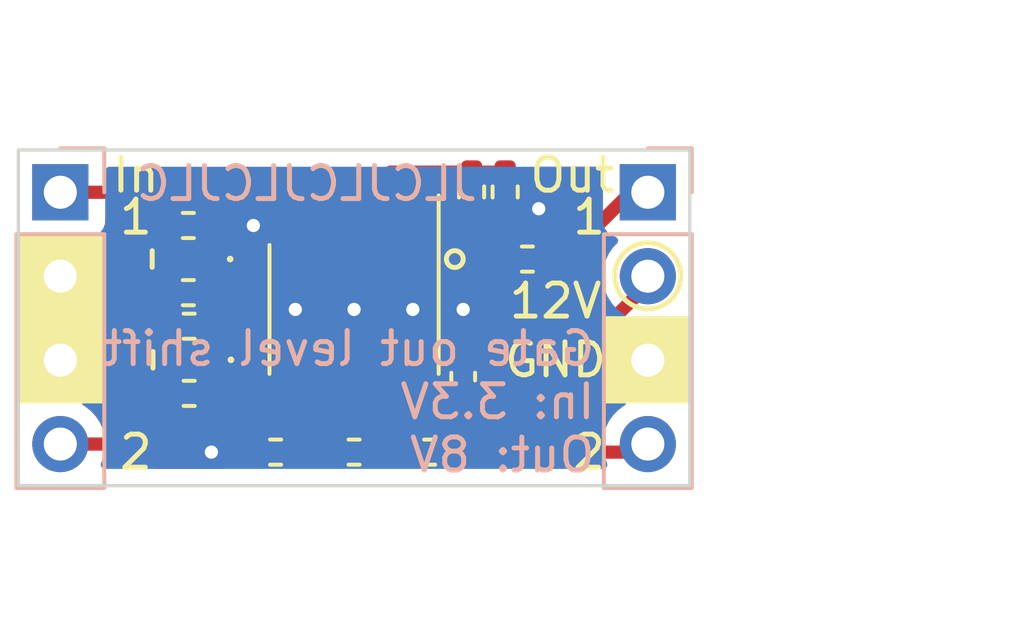
<source format=kicad_pcb>
(kicad_pcb (version 20211014) (generator pcbnew)
  (title_block (title "Gate output level shifter for Eurorack") (date "2022-03-02") (rev "A"))
  (layers (0 "F.Cu" signal) (31 "B.Cu" signal) (34 "B.Paste" user) (35 "F.Paste" user) (36 "B.SilkS" user "B.Silkscreen") (37 "F.SilkS" user "F.Silkscreen") (38 "B.Mask" user) (39 "F.Mask" user) (44 "Edge.Cuts" user))
  (net 0 "")
  (net 1 "+12V")
  (net 2 "GND")
  (net 3 "Net-(D1-Pad1)")
  (net 4 "/in1")
  (net 5 "Net-(D2-Pad1)")
  (net 6 "/in2")
  (net 7 "Net-(R3-Pad2)")
  (net 8 "Net-(R4-Pad2)")
  (net 9 "Net-(R5-Pad2)")
  (net 10 "Net-(R6-Pad2)")
  (net 11 "Net-(R7-Pad2)")
  (net 12 "Net-(R10-Pad1)")
  (net 13 "/out1")
  (net 14 "/out2")
  (footprint "Resistor_SMD:R_0402_1005Metric_Pad0.72x0.64mm_HandSolder" (layer "F.Cu") (at 106.7695 83.566)
    (fp_text reference "R6" hide)
    (fp_text value "10k")
    (fp_line (start -0.167621 -0.38) (end 0.167621 -0.38) (layer "F.SilkS") (width 0.12))
    (fp_line (start -0.167621 0.38) (end 0.167621 0.38) (layer "F.SilkS") (width 0.12))
    (pad "1" smd roundrect (at -0.5975 0) (size 0.715 0.64) (layers "F.Cu" "F.Paste" "F.Mask") (net 6 "/in2"))
    (pad "2" smd roundrect (at 0.5975 0) (size 0.715 0.64) (layers "F.Cu" "F.Paste" "F.Mask") (net 10 "Net-(R6-Pad2)"))
  )
  (footprint "Package_SO:SOIC-8_3.9x4.9mm_P1.27mm" (layer "F.Cu") (at 111.76 81.026 -90)
    (fp_text reference "U1" hide)
    (fp_text value "LM358")
    (fp_line (start 0 2.56) (end 1.95 2.56) (layer "F.SilkS") (width 0.12))
    (fp_line (start 0 2.56) (end -1.95 2.56) (layer "F.SilkS") (width 0.12))
    (fp_line (start 0 -2.56) (end 1.95 -2.56) (layer "F.SilkS") (width 0.12))
    (fp_line (start 0 -2.56) (end -3.45 -2.56) (layer "F.SilkS") (width 0.12))
    (pad "1" smd roundrect (at -2.475 -1.905 270) (size 1.95 0.6) (layers "F.Cu" "F.Paste" "F.Mask") (net 11 "Net-(R7-Pad2)"))
    (pad "2" smd roundrect (at -2.475 -0.635 270) (size 1.95 0.6) (layers "F.Cu" "F.Paste" "F.Mask") (net 7 "Net-(R3-Pad2)"))
    (pad "3" smd roundrect (at -2.475 0.635 270) (size 1.95 0.6) (layers "F.Cu" "F.Paste" "F.Mask") (net 8 "Net-(R4-Pad2)"))
    (pad "4" smd roundrect (at -2.475 1.905 270) (size 1.95 0.6) (layers "F.Cu" "F.Paste" "F.Mask") (net 2 "GND"))
    (pad "5" smd roundrect (at 2.475 1.905 270) (size 1.95 0.6) (layers "F.Cu" "F.Paste" "F.Mask") (net 10 "Net-(R6-Pad2)"))
    (pad "6" smd roundrect (at 2.475 0.635 270) (size 1.95 0.6) (layers "F.Cu" "F.Paste" "F.Mask") (net 9 "Net-(R5-Pad2)"))
    (pad "7" smd roundrect (at 2.475 -0.635 270) (size 1.95 0.6) (layers "F.Cu" "F.Paste" "F.Mask") (net 12 "Net-(R10-Pad1)"))
    (pad "8" smd roundrect (at 2.475 -1.905 270) (size 1.95 0.6) (layers "F.Cu" "F.Paste" "F.Mask") (net 1 "+12V"))
  )
  (footprint "Resistor_SMD:R_0402_1005Metric_Pad0.72x0.64mm_HandSolder" (layer "F.Cu") (at 109.3845 85.344)
    (fp_text reference "R5" hide)
    (fp_text value "39k")
    (fp_line (start -0.167621 -0.38) (end 0.167621 -0.38) (layer "F.SilkS") (width 0.12))
    (fp_line (start -0.167621 0.38) (end 0.167621 0.38) (layer "F.SilkS") (width 0.12))
    (pad "1" smd roundrect (at -0.5975 0) (size 0.715 0.64) (layers "F.Cu" "F.Paste" "F.Mask") (net 2 "GND"))
    (pad "2" smd roundrect (at 0.5975 0) (size 0.715 0.64) (layers "F.Cu" "F.Paste" "F.Mask") (net 9 "Net-(R5-Pad2)"))
  )
  (footprint "Resistor_SMD:R_0402_1005Metric_Pad0.72x0.64mm_HandSolder" (layer "F.Cu") (at 115.316 77.47 -90)
    (fp_text reference "R7" hide)
    (fp_text value "56k")
    (fp_line (start -0.167621 -0.38) (end 0.167621 -0.38) (layer "F.SilkS") (width 0.12))
    (fp_line (start -0.167621 0.38) (end 0.167621 0.38) (layer "F.SilkS") (width 0.12))
    (pad "1" smd roundrect (at -0.5975 0 270) (size 0.715 0.64) (layers "F.Cu" "F.Paste" "F.Mask") (net 7 "Net-(R3-Pad2)"))
    (pad "2" smd roundrect (at 0.5975 0 270) (size 0.715 0.64) (layers "F.Cu" "F.Paste" "F.Mask") (net 11 "Net-(R7-Pad2)"))
  )
  (footprint "LED_SMD:LED_0402_1005Metric_Pad0.77x0.64mm_HandSolder" (layer "F.Cu") (at 106.7445 79.502 180)
    (fp_text reference "D1" hide)
    (fp_text value "LED")
    (fp_circle (center -1.265 0) (end -1.215 0) (layer "F.SilkS") (width 0.1) (fill none))
    (pad "1" smd roundrect (at -0.5725 0 180) (size 0.765 0.64) (layers "F.Cu" "F.Paste" "F.Mask") (net 3 "Net-(D1-Pad1)"))
    (pad "2" smd roundrect (at 0.5725 0 180) (size 0.765 0.64) (layers "F.Cu" "F.Paste" "F.Mask") (net 4 "/in1"))
  )
  (footprint "Resistor_SMD:R_0402_1005Metric_Pad0.72x0.64mm_HandSolder" (layer "F.Cu") (at 111.76 85.344)
    (fp_text reference "R8" hide)
    (fp_text value "56k")
    (fp_line (start -0.167621 0.38) (end 0.167621 0.38) (layer "F.SilkS") (width 0.12))
    (fp_line (start -0.167621 -0.38) (end 0.167621 -0.38) (layer "F.SilkS") (width 0.12))
    (pad "1" smd roundrect (at -0.5975 0) (size 0.715 0.64) (layers "F.Cu" "F.Paste" "F.Mask") (net 9 "Net-(R5-Pad2)"))
    (pad "2" smd roundrect (at 0.5975 0) (size 0.715 0.64) (layers "F.Cu" "F.Paste" "F.Mask") (net 12 "Net-(R10-Pad1)"))
  )
  (footprint "LED_SMD:LED_0402_1005Metric_Pad0.77x0.64mm_HandSolder" (layer "F.Cu") (at 106.7695 82.55 180)
    (fp_text reference "D2" hide)
    (fp_text value "LED")
    (fp_circle (center -1.265 0) (end -1.215 0) (layer "F.SilkS") (width 0.1) (fill none))
    (pad "1" smd roundrect (at -0.5725 0 180) (size 0.765 0.64) (layers "F.Cu" "F.Paste" "F.Mask") (net 5 "Net-(D2-Pad1)"))
    (pad "2" smd roundrect (at 0.5725 0 180) (size 0.765 0.64) (layers "F.Cu" "F.Paste" "F.Mask") (net 6 "/in2"))
  )
  (footprint "Resistor_SMD:R_0402_1005Metric_Pad0.72x0.64mm_HandSolder" (layer "F.Cu") (at 117.0045 79.502)
    (fp_text reference "R9" hide)
    (fp_text value "1k")
    (fp_line (start -0.167621 -0.38) (end 0.167621 -0.38) (layer "F.SilkS") (width 0.12))
    (fp_line (start -0.167621 0.38) (end 0.167621 0.38) (layer "F.SilkS") (width 0.12))
    (pad "1" smd roundrect (at -0.5975 0) (size 0.715 0.64) (layers "F.Cu" "F.Paste" "F.Mask") (net 11 "Net-(R7-Pad2)"))
    (pad "2" smd roundrect (at 0.5975 0) (size 0.715 0.64) (layers "F.Cu" "F.Paste" "F.Mask") (net 13 "/out1"))
  )
  (footprint "Resistor_SMD:R_0402_1005Metric_Pad0.72x0.64mm_HandSolder" (layer "F.Cu") (at 116.332 77.47 90)
    (fp_text reference "R3" hide)
    (fp_text value "39k")
    (fp_line (start -0.167621 0.38) (end 0.167621 0.38) (layer "F.SilkS") (width 0.12))
    (fp_line (start -0.167621 -0.38) (end 0.167621 -0.38) (layer "F.SilkS") (width 0.12))
    (pad "1" smd roundrect (at -0.5975 0 90) (size 0.715 0.64) (layers "F.Cu" "F.Paste" "F.Mask") (net 2 "GND"))
    (pad "2" smd roundrect (at 0.5975 0 90) (size 0.715 0.64) (layers "F.Cu" "F.Paste" "F.Mask") (net 7 "Net-(R3-Pad2)"))
  )
  (footprint "Capacitor_SMD:C_0402_1005Metric_Pad0.74x0.62mm_HandSolder" (layer "F.Cu") (at 115.062 83.058 90)
    (fp_text reference "C1" hide)
    (fp_text value "0.1u")
    (fp_line (start -0.115835 0.36) (end 0.115835 0.36) (layer "F.SilkS") (width 0.12))
    (fp_line (start -0.115835 -0.36) (end 0.115835 -0.36) (layer "F.SilkS") (width 0.12))
    (pad "1" smd roundrect (at -0.5675 0 90) (size 0.735 0.62) (layers "F.Cu" "F.Paste" "F.Mask") (net 1 "+12V"))
    (pad "2" smd roundrect (at 0.5675 0 90) (size 0.735 0.62) (layers "F.Cu" "F.Paste" "F.Mask") (net 2 "GND"))
  )
  (footprint "Resistor_SMD:R_0402_1005Metric_Pad0.72x0.64mm_HandSolder" (layer "F.Cu") (at 106.7445 80.518)
    (fp_text reference "R1" hide)
    (fp_text value "1k")
    (fp_line (start -0.167621 -0.38) (end 0.167621 -0.38) (layer "F.SilkS") (width 0.12))
    (fp_line (start -0.167621 0.38) (end 0.167621 0.38) (layer "F.SilkS") (width 0.12))
    (pad "1" smd roundrect (at -0.5975 0) (size 0.715 0.64) (layers "F.Cu" "F.Paste" "F.Mask") (net 2 "GND"))
    (pad "2" smd roundrect (at 0.5975 0) (size 0.715 0.64) (layers "F.Cu" "F.Paste" "F.Mask") (net 3 "Net-(D1-Pad1)"))
  )
  (footprint "Resistor_SMD:R_0402_1005Metric_Pad0.72x0.64mm_HandSolder" (layer "F.Cu") (at 106.7695 81.534)
    (fp_text reference "R2" hide)
    (fp_text value "1k")
    (fp_line (start -0.167621 0.38) (end 0.167621 0.38) (layer "F.SilkS") (width 0.12))
    (fp_line (start -0.167621 -0.38) (end 0.167621 -0.38) (layer "F.SilkS") (width 0.12))
    (pad "1" smd roundrect (at -0.5975 0) (size 0.715 0.64) (layers "F.Cu" "F.Paste" "F.Mask") (net 2 "GND"))
    (pad "2" smd roundrect (at 0.5975 0) (size 0.715 0.64) (layers "F.Cu" "F.Paste" "F.Mask") (net 5 "Net-(D2-Pad1)"))
  )
  (footprint "Resistor_SMD:R_0402_1005Metric_Pad0.72x0.64mm_HandSolder" (layer "F.Cu") (at 114.046 85.344)
    (fp_text reference "R10" hide)
    (fp_text value "1k")
    (fp_line (start -0.167621 0.38) (end 0.167621 0.38) (layer "F.SilkS") (width 0.12))
    (fp_line (start -0.167621 -0.38) (end 0.167621 -0.38) (layer "F.SilkS") (width 0.12))
    (pad "1" smd roundrect (at -0.5975 0) (size 0.715 0.64) (layers "F.Cu" "F.Paste" "F.Mask") (net 12 "Net-(R10-Pad1)"))
    (pad "2" smd roundrect (at 0.5975 0) (size 0.715 0.64) (layers "F.Cu" "F.Paste" "F.Mask") (net 14 "/out2"))
  )
  (footprint "Resistor_SMD:R_0402_1005Metric_Pad0.72x0.64mm_HandSolder" (layer "F.Cu") (at 106.7445 78.486)
    (fp_text reference "R4" hide)
    (fp_text value "10k")
    (fp_line (start -0.167621 0.38) (end 0.167621 0.38) (layer "F.SilkS") (width 0.12))
    (fp_line (start -0.167621 -0.38) (end 0.167621 -0.38) (layer "F.SilkS") (width 0.12))
    (pad "1" smd roundrect (at -0.5975 0) (size 0.715 0.64) (layers "F.Cu" "F.Paste" "F.Mask") (net 4 "/in1"))
    (pad "2" smd roundrect (at 0.5975 0) (size 0.715 0.64) (layers "F.Cu" "F.Paste" "F.Mask") (net 8 "Net-(R4-Pad2)"))
  )
  (footprint "Connector_PinHeader_2.54mm:PinHeader_1x04_P2.54mm_Vertical" (layer "B.Cu") (at 120.65 77.48 180)
    (fp_text reference "J2" hide)
    (fp_text value "Conn_01x04" hide)
    (fp_line (start -1.33 -1.27) (end 1.33 -1.27) (layer "B.SilkS") (width 0.12))
    (fp_line (start 1.33 -1.27) (end 1.33 -8.95) (layer "B.SilkS") (width 0.12))
    (fp_line (start -1.33 1.33) (end 0 1.33) (layer "B.SilkS") (width 0.12))
    (fp_line (start -1.33 -1.27) (end -1.33 -8.95) (layer "B.SilkS") (width 0.12))
    (fp_line (start -1.33 0) (end -1.33 1.33) (layer "B.SilkS") (width 0.12))
    (fp_line (start -1.33 -8.95) (end 1.33 -8.95) (layer "B.SilkS") (width 0.12))
    (pad "1" thru_hole rect (at 0 0 180) (size 1.7 1.7) (drill 1) (layers *.Cu *.Mask) (net 13 "/out1"))
    (pad "2" thru_hole oval (at 0 -2.54 180) (size 1.7 1.7) (drill 1) (layers *.Cu *.Mask) (net 1 "+12V"))
    (pad "3" thru_hole oval (at 0 -5.08 180) (size 1.7 1.7) (drill 1) (layers *.Cu *.Mask) (net 2 "GND"))
    (pad "4" thru_hole oval (at 0 -7.62 180) (size 1.7 1.7) (drill 1) (layers *.Cu *.Mask) (net 14 "/out2"))
  )
  (footprint "Connector_PinHeader_2.54mm:PinHeader_1x04_P2.54mm_Vertical" (layer "B.Cu") (at 102.87 77.48 180)
    (fp_text reference "J1" hide)
    (fp_text value "Conn_01x04" hide)
    (fp_line (start 1.33 -1.27) (end 1.33 -8.95) (layer "B.SilkS") (width 0.12))
    (fp_line (start -1.33 0) (end -1.33 1.33) (layer "B.SilkS") (width 0.12))
    (fp_line (start -1.33 1.33) (end 0 1.33) (layer "B.SilkS") (width 0.12))
    (fp_line (start -1.33 -1.27) (end -1.33 -8.95) (layer "B.SilkS") (width 0.12))
    (fp_line (start -1.33 -1.27) (end 1.33 -1.27) (layer "B.SilkS") (width 0.12))
    (fp_line (start -1.33 -8.95) (end 1.33 -8.95) (layer "B.SilkS") (width 0.12))
    (pad "1" thru_hole rect (at 0 0 180) (size 1.7 1.7) (drill 1) (layers *.Cu *.Mask) (net 4 "/in1"))
    (pad "2" thru_hole oval (at 0 -2.54 180) (size 1.7 1.7) (drill 1) (layers *.Cu *.Mask) (net 2 "GND"))
    (pad "3" thru_hole oval (at 0 -5.08 180) (size 1.7 1.7) (drill 1) (layers *.Cu *.Mask) (net 2 "GND"))
    (pad "4" thru_hole oval (at 0 -7.62 180) (size 1.7 1.7) (drill 1) (layers *.Cu *.Mask) (net 6 "/in2"))
  )
  (gr_line (start 105.675 82.3) (end 105.675 82.8) (layer "F.SilkS") (width 0.15))
  (gr_line (start 105.65 79.25) (end 105.65 79.75) (layer "F.SilkS") (width 0.15))
  (gr_rect (start 101.6 78.74) (end 104.14 83.82) (layer "F.SilkS") (width 0.1) (fill solid))
  (gr_rect (start 119.38 81.28) (end 121.92 83.82) (layer "F.SilkS") (width 0.1) (fill solid))
  (gr_circle (center 114.808 79.502) (end 115.062 79.502) (layer "F.SilkS") (width 0.15) (fill none))
  (gr_circle (center 120.65 80.01) (end 121.65 80.01) (layer "F.SilkS") (width 0.15) (fill none))
  (gr_rect (start 101.6 76.2) (end 121.92 86.36) (layer "Edge.Cuts") (width 0.1) (fill none))
  (gr_text "JLCJLCJLCJLC" (at 115.57 77.216) (layer "B.SilkS") (effects (font (size 1 1)) (justify left mirror)))
  (gr_text "Gate out level shift\nIn: 3.3V\nOut: 8V\n" (at 119.126 83.82) (layer "B.SilkS") (effects (font (size 1 1)) (justify left mirror)))
  (gr_text "12V" (at 117.856 80.772) (layer "F.SilkS") (effects (font (size 1 1))))
  (gr_text "2" (at 105.156 85.344) (layer "F.SilkS") (effects (font (size 1 1))))
  (gr_text "1" (at 105.156 78.232) (layer "F.SilkS") (effects (font (size 1 1))))
  (gr_text "Out" (at 118.364 76.962) (layer "F.SilkS") (effects (font (size 1 1))))
  (gr_text "2" (at 118.872 85.344) (layer "F.SilkS") (effects (font (size 1 1))))
  (gr_text "GND\n" (at 117.856 82.55) (layer "F.SilkS") (effects (font (size 1 1))))
  (gr_text "In" (at 105.156 76.962) (layer "F.SilkS") (effects (font (size 1 1))))
  (gr_text "1" (at 118.872 78.232) (layer "F.SilkS") (effects (font (size 1 1))))
  (segment (start 115.062 83.6255) (end 117.2885 83.6255) (width 0.4) (layer "F.Cu") (net 1))
  (segment (start 117.2885 83.6255) (end 120.65 80.264) (width 0.4) (layer "F.Cu") (net 1))
  (segment (start 115.062 83.6255) (end 113.7895 83.6255) (width 0.4) (layer "F.Cu") (net 1))
  (segment (start 113.7895 83.6255) (end 113.665 83.501) (width 0.4) (layer "F.Cu") (net 1))
  (segment (start 120.65 80.264) (end 120.65 80.02) (width 0.4) (layer "F.Cu") (net 1))
  (segment (start 107.442 85.344) (end 108.787 85.344) (width 0.4) (layer "F.Cu") (net 2))
  (segment (start 117.348 77.978) (end 116.4215 77.978) (width 0.4) (layer "F.Cu") (net 2))
  (segment (start 116.4215 77.978) (end 116.332 78.0675) (width 0.4) (layer "F.Cu") (net 2))
  (via (at 109.982 81.026) (size 0.8) (drill 0.4) (layers "F.Cu" "B.Cu") (net 2))
  (via (at 108.712 78.486) (size 0.8) (drill 0.4) (layers "F.Cu" "B.Cu") (net 2))
  (via (at 113.538 81.026) (size 0.8) (drill 0.4) (layers "F.Cu" "B.Cu") (net 2))
  (via (at 117.348 77.978) (size 0.8) (drill 0.4) (layers "F.Cu" "B.Cu") (net 2))
  (via (at 107.442 85.344) (size 0.8) (drill 0.4) (layers "F.Cu" "B.Cu") (net 2))
  (via (at 111.76 81.026) (size 0.8) (drill 0.4) (layers "F.Cu" "B.Cu") (net 2))
  (via (at 115.062 81.026) (size 0.8) (drill 0.4) (layers "F.Cu" "B.Cu") (net 2))
  (segment (start 107.317 80.493) (end 107.342 80.518) (width 0.4) (layer "F.Cu") (net 3))
  (segment (start 107.317 79.502) (end 107.317 80.493) (width 0.4) (layer "F.Cu") (net 3))
  (segment (start 106.147 79.477) (end 106.172 79.502) (width 0.4) (layer "F.Cu") (net 4))
  (segment (start 106.147 77.749) (end 105.878 77.48) (width 0.4) (layer "F.Cu") (net 4))
  (segment (start 102.88 77.47) (end 102.87 77.48) (width 0.4) (layer "F.Cu") (net 4))
  (segment (start 106.147 78.486) (end 106.147 79.477) (width 0.4) (layer "F.Cu") (net 4))
  (segment (start 106.147 78.486) (end 106.147 77.749) (width 0.4) (layer "F.Cu") (net 4))
  (segment (start 105.878 77.48) (end 102.87 77.48) (width 0.4) (layer "F.Cu") (net 4))
  (segment (start 107.367 81.534) (end 107.367 82.525) (width 0.4) (layer "F.Cu") (net 5))
  (segment (start 107.367 82.525) (end 107.342 82.55) (width 0.4) (layer "F.Cu") (net 5))
  (segment (start 105.146 85.1) (end 102.87 85.1) (width 0.4) (layer "F.Cu") (net 6))
  (segment (start 106.197 83.541) (end 106.172 83.566) (width 0.4) (layer "F.Cu") (net 6))
  (segment (start 106.172 83.566) (end 106.172 84.074) (width 0.4) (layer "F.Cu") (net 6))
  (segment (start 106.172 84.074) (end 105.146 85.1) (width 0.4) (layer "F.Cu") (net 6))
  (segment (start 106.197 82.55) (end 106.197 83.541) (width 0.4) (layer "F.Cu") (net 6))
  (segment (start 112.395 77.343) (end 112.8655 76.8725) (width 0.4) (layer "F.Cu") (net 7))
  (segment (start 116.332 76.8725) (end 115.316 76.8725) (width 0.4) (layer "F.Cu") (net 7))
  (segment (start 112.8655 76.8725) (end 115.316 76.8725) (width 0.4) (layer "F.Cu") (net 7))
  (segment (start 112.395 78.551) (end 112.395 77.343) (width 0.4) (layer "F.Cu") (net 7))
  (segment (start 110.744 76.962) (end 111.125 77.343) (width 0.4) (layer "F.Cu") (net 8))
  (segment (start 107.342 78.486) (end 107.342 77.57) (width 0.4) (layer "F.Cu") (net 8))
  (segment (start 111.125 77.343) (end 111.125 78.551) (width 0.4) (layer "F.Cu") (net 8))
  (segment (start 107.342 77.57) (end 107.95 76.962) (width 0.4) (layer "F.Cu") (net 8))
  (segment (start 107.95 76.962) (end 110.744 76.962) (width 0.4) (layer "F.Cu") (net 8))
  (segment (start 111.125 85.3065) (end 111.1625 85.344) (width 0.4) (layer "F.Cu") (net 9))
  (segment (start 111.1625 85.344) (end 109.982 85.344) (width 0.4) (layer "F.Cu") (net 9))
  (segment (start 111.125 83.501) (end 111.125 85.3065) (width 0.4) (layer "F.Cu") (net 9))
  (segment (start 109.79 83.566) (end 109.855 83.501) (width 0.4) (layer "F.Cu") (net 10))
  (segment (start 107.367 83.566) (end 109.79 83.566) (width 0.4) (layer "F.Cu") (net 10))
  (segment (start 114.235 78.551) (end 114.7185 78.0675) (width 0.4) (layer "F.Cu") (net 11))
  (segment (start 114.7185 78.0675) (end 115.316 78.0675) (width 0.4) (layer "F.Cu") (net 11))
  (segment (start 115.316 78.0675) (end 115.316 79.0835) (width 0.4) (layer "F.Cu") (net 11))
  (segment (start 113.665 78.551) (end 114.235 78.551) (width 0.4) (layer "F.Cu") (net 11))
  (segment (start 115.316 79.0835) (end 115.7345 79.502) (width 0.4) (layer "F.Cu") (net 11))
  (segment (start 115.7345 79.502) (end 116.407 79.502) (width 0.4) (layer "F.Cu") (net 11))
  (segment (start 112.3575 85.344) (end 113.4485 85.344) (width 0.4) (layer "F.Cu") (net 12))
  (segment (start 112.395 85.3065) (end 112.3575 85.344) (width 0.4) (layer "F.Cu") (net 12))
  (segment (start 112.395 83.501) (end 112.395 85.3065) (width 0.4) (layer "F.Cu") (net 12))
  (segment (start 117.602 79.502) (end 118.11 79.502) (width 0.4) (layer "F.Cu") (net 13))
  (segment (start 118.11 79.502) (end 120.132 77.48) (width 0.4) (layer "F.Cu") (net 13))
  (segment (start 120.132 77.48) (end 120.65 77.48) (width 0.4) (layer "F.Cu") (net 13))
  (segment (start 114.6435 85.344) (end 120.406 85.344) (width 0.4) (layer "F.Cu") (net 14))
  (segment (start 120.406 85.344) (end 120.65 85.1) (width 0.4) (layer "F.Cu") (net 14))
  (zone (net 2) (net_name "GND") (layers F&B.Cu) (connect_pads (clearance 0.508)) (min_thickness 0.254) (fill yes (thermal_gap 0.508) (thermal_bridge_width 0.508))
    (polygon (pts (xy 122.682 86.614) (xy 101.346 86.614) (xy 101.346 75.946) (xy 122.682 75.946)))
  )
)
</source>
